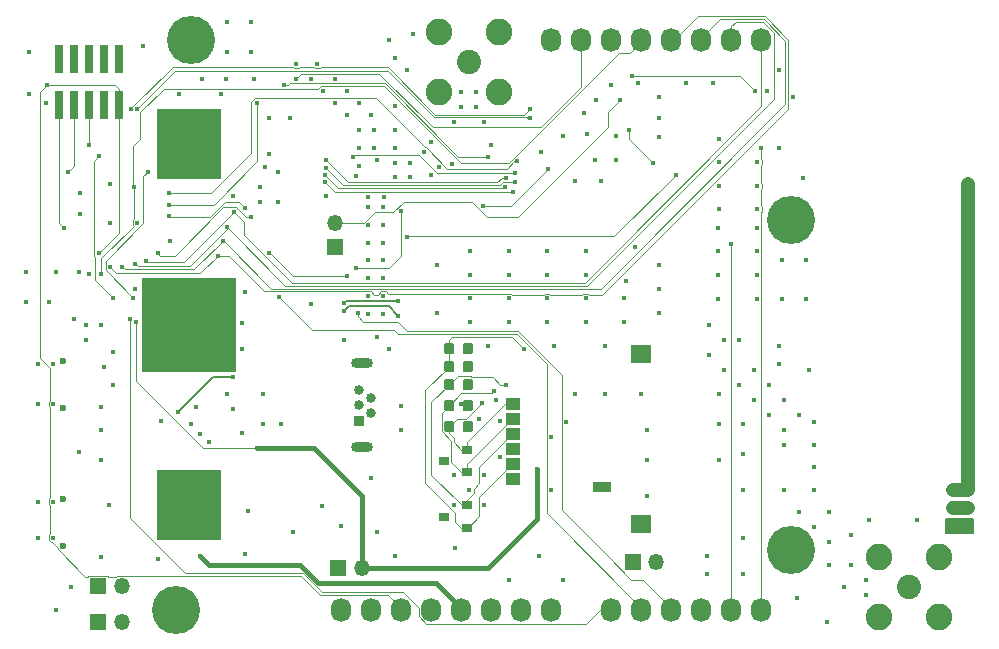
<source format=gbr>
G04 #@! TF.GenerationSoftware,KiCad,Pcbnew,(5.1.4)-1*
G04 #@! TF.CreationDate,2020-01-22T15:00:02+01:00*
G04 #@! TF.ProjectId,sara-rx-ab,73617261-2d72-4782-9d61-622e6b696361,rev?*
G04 #@! TF.SameCoordinates,Original*
G04 #@! TF.FileFunction,Copper,L4,Bot*
G04 #@! TF.FilePolarity,Positive*
%FSLAX46Y46*%
G04 Gerber Fmt 4.6, Leading zero omitted, Abs format (unit mm)*
G04 Created by KiCad (PCBNEW (5.1.4)-1) date 2020-01-22 15:00:02*
%MOMM*%
%LPD*%
G04 APERTURE LIST*
%ADD10C,0.150000*%
%ADD11R,1.700000X1.500000*%
%ADD12R,1.200000X1.000000*%
%ADD13O,1.727200X2.032000*%
%ADD14R,0.840000X0.840000*%
%ADD15C,0.840000*%
%ADD16O,1.850000X0.850000*%
%ADD17C,0.600000*%
%ADD18R,1.350000X1.350000*%
%ADD19O,1.350000X1.350000*%
%ADD20R,1.600000X0.900000*%
%ADD21R,0.740000X2.400000*%
%ADD22R,8.000000X8.000000*%
%ADD23R,5.500000X6.000000*%
%ADD24C,0.100000*%
%ADD25C,0.590000*%
%ADD26C,0.875000*%
%ADD27C,2.050000*%
%ADD28C,2.250000*%
%ADD29R,0.900000X0.800000*%
%ADD30C,4.064000*%
%ADD31C,0.450000*%
%ADD32C,0.088900*%
%ADD33C,0.200000*%
%ADD34C,0.381000*%
%ADD35C,1.200000*%
%ADD36C,0.203200*%
G04 APERTURE END LIST*
D10*
G36*
X192405000Y-117348000D02*
G01*
X190119000Y-117348000D01*
X190119000Y-116141500D01*
X192405000Y-116141500D01*
X192405000Y-117348000D01*
G37*
X192405000Y-117348000D02*
X190119000Y-117348000D01*
X190119000Y-116141500D01*
X192405000Y-116141500D01*
X192405000Y-117348000D01*
D11*
X164340000Y-102147000D03*
X164340000Y-116547000D03*
D12*
X153490000Y-107717000D03*
X153490000Y-110257000D03*
X153490000Y-112797000D03*
X153490000Y-106447000D03*
X153490000Y-108987000D03*
X153490000Y-111527000D03*
D13*
X156718000Y-75565000D03*
X159258000Y-75565000D03*
X161798000Y-75565000D03*
X164338000Y-75565000D03*
X166878000Y-75565000D03*
X169418000Y-75565000D03*
X171958000Y-75565000D03*
X174498000Y-75565000D03*
D14*
X140462000Y-107823000D03*
D15*
X141462000Y-107173000D03*
X140462000Y-106523000D03*
X141462000Y-105873000D03*
X140462000Y-105223000D03*
D16*
X140682000Y-110098000D03*
X140682000Y-102948000D03*
D17*
X115386000Y-114459000D03*
X115386000Y-118459000D03*
X115386000Y-102775000D03*
X115386000Y-106775000D03*
D18*
X118364000Y-121793000D03*
D19*
X120364000Y-121793000D03*
X140684000Y-120269000D03*
D18*
X138684000Y-120269000D03*
D19*
X165608000Y-119761000D03*
D18*
X163608000Y-119761000D03*
D19*
X138430000Y-91091000D03*
D18*
X138430000Y-93091000D03*
D17*
X160536000Y-113411000D03*
X161536000Y-113411000D03*
D20*
X161036000Y-113411000D03*
D19*
X120364000Y-124841000D03*
D18*
X118364000Y-124841000D03*
D21*
X115062000Y-77171000D03*
X115062000Y-81071000D03*
X116332000Y-77171000D03*
X116332000Y-81071000D03*
X117602000Y-77171000D03*
X117602000Y-81071000D03*
X118872000Y-77171000D03*
X118872000Y-81071000D03*
X120142000Y-77171000D03*
X120142000Y-81071000D03*
D22*
X125998000Y-99695000D03*
D23*
X125998000Y-84395000D03*
X125998000Y-114995000D03*
D24*
G36*
X190940958Y-113647710D02*
G01*
X190955276Y-113649834D01*
X190969317Y-113653351D01*
X190982946Y-113658228D01*
X190996031Y-113664417D01*
X191008447Y-113671858D01*
X191020073Y-113680481D01*
X191030798Y-113690202D01*
X191040519Y-113700927D01*
X191049142Y-113712553D01*
X191056583Y-113724969D01*
X191062772Y-113738054D01*
X191067649Y-113751683D01*
X191071166Y-113765724D01*
X191073290Y-113780042D01*
X191074000Y-113794500D01*
X191074000Y-114089500D01*
X191073290Y-114103958D01*
X191071166Y-114118276D01*
X191067649Y-114132317D01*
X191062772Y-114145946D01*
X191056583Y-114159031D01*
X191049142Y-114171447D01*
X191040519Y-114183073D01*
X191030798Y-114193798D01*
X191020073Y-114203519D01*
X191008447Y-114212142D01*
X190996031Y-114219583D01*
X190982946Y-114225772D01*
X190969317Y-114230649D01*
X190955276Y-114234166D01*
X190940958Y-114236290D01*
X190926500Y-114237000D01*
X190581500Y-114237000D01*
X190567042Y-114236290D01*
X190552724Y-114234166D01*
X190538683Y-114230649D01*
X190525054Y-114225772D01*
X190511969Y-114219583D01*
X190499553Y-114212142D01*
X190487927Y-114203519D01*
X190477202Y-114193798D01*
X190467481Y-114183073D01*
X190458858Y-114171447D01*
X190451417Y-114159031D01*
X190445228Y-114145946D01*
X190440351Y-114132317D01*
X190436834Y-114118276D01*
X190434710Y-114103958D01*
X190434000Y-114089500D01*
X190434000Y-113794500D01*
X190434710Y-113780042D01*
X190436834Y-113765724D01*
X190440351Y-113751683D01*
X190445228Y-113738054D01*
X190451417Y-113724969D01*
X190458858Y-113712553D01*
X190467481Y-113700927D01*
X190477202Y-113690202D01*
X190487927Y-113680481D01*
X190499553Y-113671858D01*
X190511969Y-113664417D01*
X190525054Y-113658228D01*
X190538683Y-113653351D01*
X190552724Y-113649834D01*
X190567042Y-113647710D01*
X190581500Y-113647000D01*
X190926500Y-113647000D01*
X190940958Y-113647710D01*
X190940958Y-113647710D01*
G37*
D25*
X190754000Y-113942000D03*
D24*
G36*
X190940958Y-114617710D02*
G01*
X190955276Y-114619834D01*
X190969317Y-114623351D01*
X190982946Y-114628228D01*
X190996031Y-114634417D01*
X191008447Y-114641858D01*
X191020073Y-114650481D01*
X191030798Y-114660202D01*
X191040519Y-114670927D01*
X191049142Y-114682553D01*
X191056583Y-114694969D01*
X191062772Y-114708054D01*
X191067649Y-114721683D01*
X191071166Y-114735724D01*
X191073290Y-114750042D01*
X191074000Y-114764500D01*
X191074000Y-115059500D01*
X191073290Y-115073958D01*
X191071166Y-115088276D01*
X191067649Y-115102317D01*
X191062772Y-115115946D01*
X191056583Y-115129031D01*
X191049142Y-115141447D01*
X191040519Y-115153073D01*
X191030798Y-115163798D01*
X191020073Y-115173519D01*
X191008447Y-115182142D01*
X190996031Y-115189583D01*
X190982946Y-115195772D01*
X190969317Y-115200649D01*
X190955276Y-115204166D01*
X190940958Y-115206290D01*
X190926500Y-115207000D01*
X190581500Y-115207000D01*
X190567042Y-115206290D01*
X190552724Y-115204166D01*
X190538683Y-115200649D01*
X190525054Y-115195772D01*
X190511969Y-115189583D01*
X190499553Y-115182142D01*
X190487927Y-115173519D01*
X190477202Y-115163798D01*
X190467481Y-115153073D01*
X190458858Y-115141447D01*
X190451417Y-115129031D01*
X190445228Y-115115946D01*
X190440351Y-115102317D01*
X190436834Y-115088276D01*
X190434710Y-115073958D01*
X190434000Y-115059500D01*
X190434000Y-114764500D01*
X190434710Y-114750042D01*
X190436834Y-114735724D01*
X190440351Y-114721683D01*
X190445228Y-114708054D01*
X190451417Y-114694969D01*
X190458858Y-114682553D01*
X190467481Y-114670927D01*
X190477202Y-114660202D01*
X190487927Y-114650481D01*
X190499553Y-114641858D01*
X190511969Y-114634417D01*
X190525054Y-114628228D01*
X190538683Y-114623351D01*
X190552724Y-114619834D01*
X190567042Y-114617710D01*
X190581500Y-114617000D01*
X190926500Y-114617000D01*
X190940958Y-114617710D01*
X190940958Y-114617710D01*
G37*
D25*
X190754000Y-114912000D03*
D24*
G36*
X149871691Y-101253053D02*
G01*
X149892926Y-101256203D01*
X149913750Y-101261419D01*
X149933962Y-101268651D01*
X149953368Y-101277830D01*
X149971781Y-101288866D01*
X149989024Y-101301654D01*
X150004930Y-101316070D01*
X150019346Y-101331976D01*
X150032134Y-101349219D01*
X150043170Y-101367632D01*
X150052349Y-101387038D01*
X150059581Y-101407250D01*
X150064797Y-101428074D01*
X150067947Y-101449309D01*
X150069000Y-101470750D01*
X150069000Y-101983250D01*
X150067947Y-102004691D01*
X150064797Y-102025926D01*
X150059581Y-102046750D01*
X150052349Y-102066962D01*
X150043170Y-102086368D01*
X150032134Y-102104781D01*
X150019346Y-102122024D01*
X150004930Y-102137930D01*
X149989024Y-102152346D01*
X149971781Y-102165134D01*
X149953368Y-102176170D01*
X149933962Y-102185349D01*
X149913750Y-102192581D01*
X149892926Y-102197797D01*
X149871691Y-102200947D01*
X149850250Y-102202000D01*
X149412750Y-102202000D01*
X149391309Y-102200947D01*
X149370074Y-102197797D01*
X149349250Y-102192581D01*
X149329038Y-102185349D01*
X149309632Y-102176170D01*
X149291219Y-102165134D01*
X149273976Y-102152346D01*
X149258070Y-102137930D01*
X149243654Y-102122024D01*
X149230866Y-102104781D01*
X149219830Y-102086368D01*
X149210651Y-102066962D01*
X149203419Y-102046750D01*
X149198203Y-102025926D01*
X149195053Y-102004691D01*
X149194000Y-101983250D01*
X149194000Y-101470750D01*
X149195053Y-101449309D01*
X149198203Y-101428074D01*
X149203419Y-101407250D01*
X149210651Y-101387038D01*
X149219830Y-101367632D01*
X149230866Y-101349219D01*
X149243654Y-101331976D01*
X149258070Y-101316070D01*
X149273976Y-101301654D01*
X149291219Y-101288866D01*
X149309632Y-101277830D01*
X149329038Y-101268651D01*
X149349250Y-101261419D01*
X149370074Y-101256203D01*
X149391309Y-101253053D01*
X149412750Y-101252000D01*
X149850250Y-101252000D01*
X149871691Y-101253053D01*
X149871691Y-101253053D01*
G37*
D26*
X149631500Y-101727000D03*
D24*
G36*
X148296691Y-101253053D02*
G01*
X148317926Y-101256203D01*
X148338750Y-101261419D01*
X148358962Y-101268651D01*
X148378368Y-101277830D01*
X148396781Y-101288866D01*
X148414024Y-101301654D01*
X148429930Y-101316070D01*
X148444346Y-101331976D01*
X148457134Y-101349219D01*
X148468170Y-101367632D01*
X148477349Y-101387038D01*
X148484581Y-101407250D01*
X148489797Y-101428074D01*
X148492947Y-101449309D01*
X148494000Y-101470750D01*
X148494000Y-101983250D01*
X148492947Y-102004691D01*
X148489797Y-102025926D01*
X148484581Y-102046750D01*
X148477349Y-102066962D01*
X148468170Y-102086368D01*
X148457134Y-102104781D01*
X148444346Y-102122024D01*
X148429930Y-102137930D01*
X148414024Y-102152346D01*
X148396781Y-102165134D01*
X148378368Y-102176170D01*
X148358962Y-102185349D01*
X148338750Y-102192581D01*
X148317926Y-102197797D01*
X148296691Y-102200947D01*
X148275250Y-102202000D01*
X147837750Y-102202000D01*
X147816309Y-102200947D01*
X147795074Y-102197797D01*
X147774250Y-102192581D01*
X147754038Y-102185349D01*
X147734632Y-102176170D01*
X147716219Y-102165134D01*
X147698976Y-102152346D01*
X147683070Y-102137930D01*
X147668654Y-102122024D01*
X147655866Y-102104781D01*
X147644830Y-102086368D01*
X147635651Y-102066962D01*
X147628419Y-102046750D01*
X147623203Y-102025926D01*
X147620053Y-102004691D01*
X147619000Y-101983250D01*
X147619000Y-101470750D01*
X147620053Y-101449309D01*
X147623203Y-101428074D01*
X147628419Y-101407250D01*
X147635651Y-101387038D01*
X147644830Y-101367632D01*
X147655866Y-101349219D01*
X147668654Y-101331976D01*
X147683070Y-101316070D01*
X147698976Y-101301654D01*
X147716219Y-101288866D01*
X147734632Y-101277830D01*
X147754038Y-101268651D01*
X147774250Y-101261419D01*
X147795074Y-101256203D01*
X147816309Y-101253053D01*
X147837750Y-101252000D01*
X148275250Y-101252000D01*
X148296691Y-101253053D01*
X148296691Y-101253053D01*
G37*
D26*
X148056500Y-101727000D03*
D24*
G36*
X149871691Y-102777053D02*
G01*
X149892926Y-102780203D01*
X149913750Y-102785419D01*
X149933962Y-102792651D01*
X149953368Y-102801830D01*
X149971781Y-102812866D01*
X149989024Y-102825654D01*
X150004930Y-102840070D01*
X150019346Y-102855976D01*
X150032134Y-102873219D01*
X150043170Y-102891632D01*
X150052349Y-102911038D01*
X150059581Y-102931250D01*
X150064797Y-102952074D01*
X150067947Y-102973309D01*
X150069000Y-102994750D01*
X150069000Y-103507250D01*
X150067947Y-103528691D01*
X150064797Y-103549926D01*
X150059581Y-103570750D01*
X150052349Y-103590962D01*
X150043170Y-103610368D01*
X150032134Y-103628781D01*
X150019346Y-103646024D01*
X150004930Y-103661930D01*
X149989024Y-103676346D01*
X149971781Y-103689134D01*
X149953368Y-103700170D01*
X149933962Y-103709349D01*
X149913750Y-103716581D01*
X149892926Y-103721797D01*
X149871691Y-103724947D01*
X149850250Y-103726000D01*
X149412750Y-103726000D01*
X149391309Y-103724947D01*
X149370074Y-103721797D01*
X149349250Y-103716581D01*
X149329038Y-103709349D01*
X149309632Y-103700170D01*
X149291219Y-103689134D01*
X149273976Y-103676346D01*
X149258070Y-103661930D01*
X149243654Y-103646024D01*
X149230866Y-103628781D01*
X149219830Y-103610368D01*
X149210651Y-103590962D01*
X149203419Y-103570750D01*
X149198203Y-103549926D01*
X149195053Y-103528691D01*
X149194000Y-103507250D01*
X149194000Y-102994750D01*
X149195053Y-102973309D01*
X149198203Y-102952074D01*
X149203419Y-102931250D01*
X149210651Y-102911038D01*
X149219830Y-102891632D01*
X149230866Y-102873219D01*
X149243654Y-102855976D01*
X149258070Y-102840070D01*
X149273976Y-102825654D01*
X149291219Y-102812866D01*
X149309632Y-102801830D01*
X149329038Y-102792651D01*
X149349250Y-102785419D01*
X149370074Y-102780203D01*
X149391309Y-102777053D01*
X149412750Y-102776000D01*
X149850250Y-102776000D01*
X149871691Y-102777053D01*
X149871691Y-102777053D01*
G37*
D26*
X149631500Y-103251000D03*
D24*
G36*
X148296691Y-102777053D02*
G01*
X148317926Y-102780203D01*
X148338750Y-102785419D01*
X148358962Y-102792651D01*
X148378368Y-102801830D01*
X148396781Y-102812866D01*
X148414024Y-102825654D01*
X148429930Y-102840070D01*
X148444346Y-102855976D01*
X148457134Y-102873219D01*
X148468170Y-102891632D01*
X148477349Y-102911038D01*
X148484581Y-102931250D01*
X148489797Y-102952074D01*
X148492947Y-102973309D01*
X148494000Y-102994750D01*
X148494000Y-103507250D01*
X148492947Y-103528691D01*
X148489797Y-103549926D01*
X148484581Y-103570750D01*
X148477349Y-103590962D01*
X148468170Y-103610368D01*
X148457134Y-103628781D01*
X148444346Y-103646024D01*
X148429930Y-103661930D01*
X148414024Y-103676346D01*
X148396781Y-103689134D01*
X148378368Y-103700170D01*
X148358962Y-103709349D01*
X148338750Y-103716581D01*
X148317926Y-103721797D01*
X148296691Y-103724947D01*
X148275250Y-103726000D01*
X147837750Y-103726000D01*
X147816309Y-103724947D01*
X147795074Y-103721797D01*
X147774250Y-103716581D01*
X147754038Y-103709349D01*
X147734632Y-103700170D01*
X147716219Y-103689134D01*
X147698976Y-103676346D01*
X147683070Y-103661930D01*
X147668654Y-103646024D01*
X147655866Y-103628781D01*
X147644830Y-103610368D01*
X147635651Y-103590962D01*
X147628419Y-103570750D01*
X147623203Y-103549926D01*
X147620053Y-103528691D01*
X147619000Y-103507250D01*
X147619000Y-102994750D01*
X147620053Y-102973309D01*
X147623203Y-102952074D01*
X147628419Y-102931250D01*
X147635651Y-102911038D01*
X147644830Y-102891632D01*
X147655866Y-102873219D01*
X147668654Y-102855976D01*
X147683070Y-102840070D01*
X147698976Y-102825654D01*
X147716219Y-102812866D01*
X147734632Y-102801830D01*
X147754038Y-102792651D01*
X147774250Y-102785419D01*
X147795074Y-102780203D01*
X147816309Y-102777053D01*
X147837750Y-102776000D01*
X148275250Y-102776000D01*
X148296691Y-102777053D01*
X148296691Y-102777053D01*
G37*
D26*
X148056500Y-103251000D03*
D24*
G36*
X149871691Y-104301053D02*
G01*
X149892926Y-104304203D01*
X149913750Y-104309419D01*
X149933962Y-104316651D01*
X149953368Y-104325830D01*
X149971781Y-104336866D01*
X149989024Y-104349654D01*
X150004930Y-104364070D01*
X150019346Y-104379976D01*
X150032134Y-104397219D01*
X150043170Y-104415632D01*
X150052349Y-104435038D01*
X150059581Y-104455250D01*
X150064797Y-104476074D01*
X150067947Y-104497309D01*
X150069000Y-104518750D01*
X150069000Y-105031250D01*
X150067947Y-105052691D01*
X150064797Y-105073926D01*
X150059581Y-105094750D01*
X150052349Y-105114962D01*
X150043170Y-105134368D01*
X150032134Y-105152781D01*
X150019346Y-105170024D01*
X150004930Y-105185930D01*
X149989024Y-105200346D01*
X149971781Y-105213134D01*
X149953368Y-105224170D01*
X149933962Y-105233349D01*
X149913750Y-105240581D01*
X149892926Y-105245797D01*
X149871691Y-105248947D01*
X149850250Y-105250000D01*
X149412750Y-105250000D01*
X149391309Y-105248947D01*
X149370074Y-105245797D01*
X149349250Y-105240581D01*
X149329038Y-105233349D01*
X149309632Y-105224170D01*
X149291219Y-105213134D01*
X149273976Y-105200346D01*
X149258070Y-105185930D01*
X149243654Y-105170024D01*
X149230866Y-105152781D01*
X149219830Y-105134368D01*
X149210651Y-105114962D01*
X149203419Y-105094750D01*
X149198203Y-105073926D01*
X149195053Y-105052691D01*
X149194000Y-105031250D01*
X149194000Y-104518750D01*
X149195053Y-104497309D01*
X149198203Y-104476074D01*
X149203419Y-104455250D01*
X149210651Y-104435038D01*
X149219830Y-104415632D01*
X149230866Y-104397219D01*
X149243654Y-104379976D01*
X149258070Y-104364070D01*
X149273976Y-104349654D01*
X149291219Y-104336866D01*
X149309632Y-104325830D01*
X149329038Y-104316651D01*
X149349250Y-104309419D01*
X149370074Y-104304203D01*
X149391309Y-104301053D01*
X149412750Y-104300000D01*
X149850250Y-104300000D01*
X149871691Y-104301053D01*
X149871691Y-104301053D01*
G37*
D26*
X149631500Y-104775000D03*
D24*
G36*
X148296691Y-104301053D02*
G01*
X148317926Y-104304203D01*
X148338750Y-104309419D01*
X148358962Y-104316651D01*
X148378368Y-104325830D01*
X148396781Y-104336866D01*
X148414024Y-104349654D01*
X148429930Y-104364070D01*
X148444346Y-104379976D01*
X148457134Y-104397219D01*
X148468170Y-104415632D01*
X148477349Y-104435038D01*
X148484581Y-104455250D01*
X148489797Y-104476074D01*
X148492947Y-104497309D01*
X148494000Y-104518750D01*
X148494000Y-105031250D01*
X148492947Y-105052691D01*
X148489797Y-105073926D01*
X148484581Y-105094750D01*
X148477349Y-105114962D01*
X148468170Y-105134368D01*
X148457134Y-105152781D01*
X148444346Y-105170024D01*
X148429930Y-105185930D01*
X148414024Y-105200346D01*
X148396781Y-105213134D01*
X148378368Y-105224170D01*
X148358962Y-105233349D01*
X148338750Y-105240581D01*
X148317926Y-105245797D01*
X148296691Y-105248947D01*
X148275250Y-105250000D01*
X147837750Y-105250000D01*
X147816309Y-105248947D01*
X147795074Y-105245797D01*
X147774250Y-105240581D01*
X147754038Y-105233349D01*
X147734632Y-105224170D01*
X147716219Y-105213134D01*
X147698976Y-105200346D01*
X147683070Y-105185930D01*
X147668654Y-105170024D01*
X147655866Y-105152781D01*
X147644830Y-105134368D01*
X147635651Y-105114962D01*
X147628419Y-105094750D01*
X147623203Y-105073926D01*
X147620053Y-105052691D01*
X147619000Y-105031250D01*
X147619000Y-104518750D01*
X147620053Y-104497309D01*
X147623203Y-104476074D01*
X147628419Y-104455250D01*
X147635651Y-104435038D01*
X147644830Y-104415632D01*
X147655866Y-104397219D01*
X147668654Y-104379976D01*
X147683070Y-104364070D01*
X147698976Y-104349654D01*
X147716219Y-104336866D01*
X147734632Y-104325830D01*
X147754038Y-104316651D01*
X147774250Y-104309419D01*
X147795074Y-104304203D01*
X147816309Y-104301053D01*
X147837750Y-104300000D01*
X148275250Y-104300000D01*
X148296691Y-104301053D01*
X148296691Y-104301053D01*
G37*
D26*
X148056500Y-104775000D03*
D24*
G36*
X149871691Y-107857053D02*
G01*
X149892926Y-107860203D01*
X149913750Y-107865419D01*
X149933962Y-107872651D01*
X149953368Y-107881830D01*
X149971781Y-107892866D01*
X149989024Y-107905654D01*
X150004930Y-107920070D01*
X150019346Y-107935976D01*
X150032134Y-107953219D01*
X150043170Y-107971632D01*
X150052349Y-107991038D01*
X150059581Y-108011250D01*
X150064797Y-108032074D01*
X150067947Y-108053309D01*
X150069000Y-108074750D01*
X150069000Y-108587250D01*
X150067947Y-108608691D01*
X150064797Y-108629926D01*
X150059581Y-108650750D01*
X150052349Y-108670962D01*
X150043170Y-108690368D01*
X150032134Y-108708781D01*
X150019346Y-108726024D01*
X150004930Y-108741930D01*
X149989024Y-108756346D01*
X149971781Y-108769134D01*
X149953368Y-108780170D01*
X149933962Y-108789349D01*
X149913750Y-108796581D01*
X149892926Y-108801797D01*
X149871691Y-108804947D01*
X149850250Y-108806000D01*
X149412750Y-108806000D01*
X149391309Y-108804947D01*
X149370074Y-108801797D01*
X149349250Y-108796581D01*
X149329038Y-108789349D01*
X149309632Y-108780170D01*
X149291219Y-108769134D01*
X149273976Y-108756346D01*
X149258070Y-108741930D01*
X149243654Y-108726024D01*
X149230866Y-108708781D01*
X149219830Y-108690368D01*
X149210651Y-108670962D01*
X149203419Y-108650750D01*
X149198203Y-108629926D01*
X149195053Y-108608691D01*
X149194000Y-108587250D01*
X149194000Y-108074750D01*
X149195053Y-108053309D01*
X149198203Y-108032074D01*
X149203419Y-108011250D01*
X149210651Y-107991038D01*
X149219830Y-107971632D01*
X149230866Y-107953219D01*
X149243654Y-107935976D01*
X149258070Y-107920070D01*
X149273976Y-107905654D01*
X149291219Y-107892866D01*
X149309632Y-107881830D01*
X149329038Y-107872651D01*
X149349250Y-107865419D01*
X149370074Y-107860203D01*
X149391309Y-107857053D01*
X149412750Y-107856000D01*
X149850250Y-107856000D01*
X149871691Y-107857053D01*
X149871691Y-107857053D01*
G37*
D26*
X149631500Y-108331000D03*
D24*
G36*
X148296691Y-107857053D02*
G01*
X148317926Y-107860203D01*
X148338750Y-107865419D01*
X148358962Y-107872651D01*
X148378368Y-107881830D01*
X148396781Y-107892866D01*
X148414024Y-107905654D01*
X148429930Y-107920070D01*
X148444346Y-107935976D01*
X148457134Y-107953219D01*
X148468170Y-107971632D01*
X148477349Y-107991038D01*
X148484581Y-108011250D01*
X148489797Y-108032074D01*
X148492947Y-108053309D01*
X148494000Y-108074750D01*
X148494000Y-108587250D01*
X148492947Y-108608691D01*
X148489797Y-108629926D01*
X148484581Y-108650750D01*
X148477349Y-108670962D01*
X148468170Y-108690368D01*
X148457134Y-108708781D01*
X148444346Y-108726024D01*
X148429930Y-108741930D01*
X148414024Y-108756346D01*
X148396781Y-108769134D01*
X148378368Y-108780170D01*
X148358962Y-108789349D01*
X148338750Y-108796581D01*
X148317926Y-108801797D01*
X148296691Y-108804947D01*
X148275250Y-108806000D01*
X147837750Y-108806000D01*
X147816309Y-108804947D01*
X147795074Y-108801797D01*
X147774250Y-108796581D01*
X147754038Y-108789349D01*
X147734632Y-108780170D01*
X147716219Y-108769134D01*
X147698976Y-108756346D01*
X147683070Y-108741930D01*
X147668654Y-108726024D01*
X147655866Y-108708781D01*
X147644830Y-108690368D01*
X147635651Y-108670962D01*
X147628419Y-108650750D01*
X147623203Y-108629926D01*
X147620053Y-108608691D01*
X147619000Y-108587250D01*
X147619000Y-108074750D01*
X147620053Y-108053309D01*
X147623203Y-108032074D01*
X147628419Y-108011250D01*
X147635651Y-107991038D01*
X147644830Y-107971632D01*
X147655866Y-107953219D01*
X147668654Y-107935976D01*
X147683070Y-107920070D01*
X147698976Y-107905654D01*
X147716219Y-107892866D01*
X147734632Y-107881830D01*
X147754038Y-107872651D01*
X147774250Y-107865419D01*
X147795074Y-107860203D01*
X147816309Y-107857053D01*
X147837750Y-107856000D01*
X148275250Y-107856000D01*
X148296691Y-107857053D01*
X148296691Y-107857053D01*
G37*
D26*
X148056500Y-108331000D03*
D24*
G36*
X149871691Y-106079053D02*
G01*
X149892926Y-106082203D01*
X149913750Y-106087419D01*
X149933962Y-106094651D01*
X149953368Y-106103830D01*
X149971781Y-106114866D01*
X149989024Y-106127654D01*
X150004930Y-106142070D01*
X150019346Y-106157976D01*
X150032134Y-106175219D01*
X150043170Y-106193632D01*
X150052349Y-106213038D01*
X150059581Y-106233250D01*
X150064797Y-106254074D01*
X150067947Y-106275309D01*
X150069000Y-106296750D01*
X150069000Y-106809250D01*
X150067947Y-106830691D01*
X150064797Y-106851926D01*
X150059581Y-106872750D01*
X150052349Y-106892962D01*
X150043170Y-106912368D01*
X150032134Y-106930781D01*
X150019346Y-106948024D01*
X150004930Y-106963930D01*
X149989024Y-106978346D01*
X149971781Y-106991134D01*
X149953368Y-107002170D01*
X149933962Y-107011349D01*
X149913750Y-107018581D01*
X149892926Y-107023797D01*
X149871691Y-107026947D01*
X149850250Y-107028000D01*
X149412750Y-107028000D01*
X149391309Y-107026947D01*
X149370074Y-107023797D01*
X149349250Y-107018581D01*
X149329038Y-107011349D01*
X149309632Y-107002170D01*
X149291219Y-106991134D01*
X149273976Y-106978346D01*
X149258070Y-106963930D01*
X149243654Y-106948024D01*
X149230866Y-106930781D01*
X149219830Y-106912368D01*
X149210651Y-106892962D01*
X149203419Y-106872750D01*
X149198203Y-106851926D01*
X149195053Y-106830691D01*
X149194000Y-106809250D01*
X149194000Y-106296750D01*
X149195053Y-106275309D01*
X149198203Y-106254074D01*
X149203419Y-106233250D01*
X149210651Y-106213038D01*
X149219830Y-106193632D01*
X149230866Y-106175219D01*
X149243654Y-106157976D01*
X149258070Y-106142070D01*
X149273976Y-106127654D01*
X149291219Y-106114866D01*
X149309632Y-106103830D01*
X149329038Y-106094651D01*
X149349250Y-106087419D01*
X149370074Y-106082203D01*
X149391309Y-106079053D01*
X149412750Y-106078000D01*
X149850250Y-106078000D01*
X149871691Y-106079053D01*
X149871691Y-106079053D01*
G37*
D26*
X149631500Y-106553000D03*
D24*
G36*
X148296691Y-106079053D02*
G01*
X148317926Y-106082203D01*
X148338750Y-106087419D01*
X148358962Y-106094651D01*
X148378368Y-106103830D01*
X148396781Y-106114866D01*
X148414024Y-106127654D01*
X148429930Y-106142070D01*
X148444346Y-106157976D01*
X148457134Y-106175219D01*
X148468170Y-106193632D01*
X148477349Y-106213038D01*
X148484581Y-106233250D01*
X148489797Y-106254074D01*
X148492947Y-106275309D01*
X148494000Y-106296750D01*
X148494000Y-106809250D01*
X148492947Y-106830691D01*
X148489797Y-106851926D01*
X148484581Y-106872750D01*
X148477349Y-106892962D01*
X148468170Y-106912368D01*
X148457134Y-106930781D01*
X148444346Y-106948024D01*
X148429930Y-106963930D01*
X148414024Y-106978346D01*
X148396781Y-106991134D01*
X148378368Y-107002170D01*
X148358962Y-107011349D01*
X148338750Y-107018581D01*
X148317926Y-107023797D01*
X148296691Y-107026947D01*
X148275250Y-107028000D01*
X147837750Y-107028000D01*
X147816309Y-107026947D01*
X147795074Y-107023797D01*
X147774250Y-107018581D01*
X147754038Y-107011349D01*
X147734632Y-107002170D01*
X147716219Y-106991134D01*
X147698976Y-106978346D01*
X147683070Y-106963930D01*
X147668654Y-106948024D01*
X147655866Y-106930781D01*
X147644830Y-106912368D01*
X147635651Y-106892962D01*
X147628419Y-106872750D01*
X147623203Y-106851926D01*
X147620053Y-106830691D01*
X147619000Y-106809250D01*
X147619000Y-106296750D01*
X147620053Y-106275309D01*
X147623203Y-106254074D01*
X147628419Y-106233250D01*
X147635651Y-106213038D01*
X147644830Y-106193632D01*
X147655866Y-106175219D01*
X147668654Y-106157976D01*
X147683070Y-106142070D01*
X147698976Y-106127654D01*
X147716219Y-106114866D01*
X147734632Y-106103830D01*
X147754038Y-106094651D01*
X147774250Y-106087419D01*
X147795074Y-106082203D01*
X147816309Y-106079053D01*
X147837750Y-106078000D01*
X148275250Y-106078000D01*
X148296691Y-106079053D01*
X148296691Y-106079053D01*
G37*
D26*
X148056500Y-106553000D03*
D27*
X187023000Y-121920000D03*
D28*
X189563000Y-124460000D03*
X189563000Y-119380000D03*
X184483000Y-119380000D03*
X184483000Y-124460000D03*
D27*
X149733000Y-77470000D03*
D28*
X152273000Y-74930000D03*
X147193000Y-74930000D03*
X147193000Y-80010000D03*
X152273000Y-80010000D03*
D29*
X147590000Y-115951000D03*
X149590000Y-116901000D03*
X149590000Y-115001000D03*
X147590000Y-111252000D03*
X149590000Y-112202000D03*
X149590000Y-110302000D03*
D24*
G36*
X192162958Y-116141710D02*
G01*
X192177276Y-116143834D01*
X192191317Y-116147351D01*
X192204946Y-116152228D01*
X192218031Y-116158417D01*
X192230447Y-116165858D01*
X192242073Y-116174481D01*
X192252798Y-116184202D01*
X192262519Y-116194927D01*
X192271142Y-116206553D01*
X192278583Y-116218969D01*
X192284772Y-116232054D01*
X192289649Y-116245683D01*
X192293166Y-116259724D01*
X192295290Y-116274042D01*
X192296000Y-116288500D01*
X192296000Y-116583500D01*
X192295290Y-116597958D01*
X192293166Y-116612276D01*
X192289649Y-116626317D01*
X192284772Y-116639946D01*
X192278583Y-116653031D01*
X192271142Y-116665447D01*
X192262519Y-116677073D01*
X192252798Y-116687798D01*
X192242073Y-116697519D01*
X192230447Y-116706142D01*
X192218031Y-116713583D01*
X192204946Y-116719772D01*
X192191317Y-116724649D01*
X192177276Y-116728166D01*
X192162958Y-116730290D01*
X192148500Y-116731000D01*
X191803500Y-116731000D01*
X191789042Y-116730290D01*
X191774724Y-116728166D01*
X191760683Y-116724649D01*
X191747054Y-116719772D01*
X191733969Y-116713583D01*
X191721553Y-116706142D01*
X191709927Y-116697519D01*
X191699202Y-116687798D01*
X191689481Y-116677073D01*
X191680858Y-116665447D01*
X191673417Y-116653031D01*
X191667228Y-116639946D01*
X191662351Y-116626317D01*
X191658834Y-116612276D01*
X191656710Y-116597958D01*
X191656000Y-116583500D01*
X191656000Y-116288500D01*
X191656710Y-116274042D01*
X191658834Y-116259724D01*
X191662351Y-116245683D01*
X191667228Y-116232054D01*
X191673417Y-116218969D01*
X191680858Y-116206553D01*
X191689481Y-116194927D01*
X191699202Y-116184202D01*
X191709927Y-116174481D01*
X191721553Y-116165858D01*
X191733969Y-116158417D01*
X191747054Y-116152228D01*
X191760683Y-116147351D01*
X191774724Y-116143834D01*
X191789042Y-116141710D01*
X191803500Y-116141000D01*
X192148500Y-116141000D01*
X192162958Y-116141710D01*
X192162958Y-116141710D01*
G37*
D25*
X191976000Y-116436000D03*
D24*
G36*
X192162958Y-115171710D02*
G01*
X192177276Y-115173834D01*
X192191317Y-115177351D01*
X192204946Y-115182228D01*
X192218031Y-115188417D01*
X192230447Y-115195858D01*
X192242073Y-115204481D01*
X192252798Y-115214202D01*
X192262519Y-115224927D01*
X192271142Y-115236553D01*
X192278583Y-115248969D01*
X192284772Y-115262054D01*
X192289649Y-115275683D01*
X192293166Y-115289724D01*
X192295290Y-115304042D01*
X192296000Y-115318500D01*
X192296000Y-115613500D01*
X192295290Y-115627958D01*
X192293166Y-115642276D01*
X192289649Y-115656317D01*
X192284772Y-115669946D01*
X192278583Y-115683031D01*
X192271142Y-115695447D01*
X192262519Y-115707073D01*
X192252798Y-115717798D01*
X192242073Y-115727519D01*
X192230447Y-115736142D01*
X192218031Y-115743583D01*
X192204946Y-115749772D01*
X192191317Y-115754649D01*
X192177276Y-115758166D01*
X192162958Y-115760290D01*
X192148500Y-115761000D01*
X191803500Y-115761000D01*
X191789042Y-115760290D01*
X191774724Y-115758166D01*
X191760683Y-115754649D01*
X191747054Y-115749772D01*
X191733969Y-115743583D01*
X191721553Y-115736142D01*
X191709927Y-115727519D01*
X191699202Y-115717798D01*
X191689481Y-115707073D01*
X191680858Y-115695447D01*
X191673417Y-115683031D01*
X191667228Y-115669946D01*
X191662351Y-115656317D01*
X191658834Y-115642276D01*
X191656710Y-115627958D01*
X191656000Y-115613500D01*
X191656000Y-115318500D01*
X191656710Y-115304042D01*
X191658834Y-115289724D01*
X191662351Y-115275683D01*
X191667228Y-115262054D01*
X191673417Y-115248969D01*
X191680858Y-115236553D01*
X191689481Y-115224927D01*
X191699202Y-115214202D01*
X191709927Y-115204481D01*
X191721553Y-115195858D01*
X191733969Y-115188417D01*
X191747054Y-115182228D01*
X191760683Y-115177351D01*
X191774724Y-115173834D01*
X191789042Y-115171710D01*
X191803500Y-115171000D01*
X192148500Y-115171000D01*
X192162958Y-115171710D01*
X192162958Y-115171710D01*
G37*
D25*
X191976000Y-115466000D03*
D13*
X156718000Y-123825000D03*
X154178000Y-123825000D03*
X151638000Y-123825000D03*
X149098000Y-123825000D03*
X146558000Y-123825000D03*
X144018000Y-123825000D03*
X141478000Y-123825000D03*
X138938000Y-123825000D03*
X174498000Y-123825000D03*
X171958000Y-123825000D03*
X169418000Y-123825000D03*
X166878000Y-123825000D03*
X164338000Y-123825000D03*
X161798000Y-123825000D03*
X174498000Y-75565000D03*
X171958000Y-75565000D03*
X169418000Y-75565000D03*
X166878000Y-75565000D03*
X164338000Y-75565000D03*
X161798000Y-75565000D03*
X159258000Y-75565000D03*
X156718000Y-75565000D03*
D30*
X124968000Y-123825000D03*
X177038000Y-118745000D03*
X126238000Y-75565000D03*
X177038000Y-90805000D03*
D31*
X152019000Y-106045000D03*
X151003000Y-114935000D03*
X149733000Y-113665000D03*
X148463000Y-114935000D03*
X151003000Y-112395000D03*
X148463000Y-112395000D03*
X113284000Y-114681000D03*
X141478000Y-81915000D03*
X140462000Y-80899000D03*
X138430000Y-78867000D03*
X136906000Y-77597000D03*
X139446000Y-79883000D03*
X135128000Y-77597000D03*
X136398000Y-78867000D03*
X137414000Y-79883000D03*
X138430000Y-80899000D03*
X139446000Y-81915000D03*
X140462000Y-83185000D03*
X140462000Y-84709000D03*
X140462000Y-86233000D03*
X141224000Y-88900000D03*
X142557500Y-88900000D03*
X141224000Y-89765000D03*
X142494000Y-89765000D03*
X142494000Y-91265000D03*
X141224000Y-92765000D03*
X142494000Y-92765000D03*
X141224000Y-94265000D03*
X142494000Y-94265000D03*
X141224000Y-95765000D03*
X142494000Y-95765000D03*
X141986000Y-100711000D03*
X143002000Y-101727000D03*
X141732000Y-83185000D03*
X141732000Y-84709000D03*
X141986000Y-85725000D03*
X143510000Y-85979000D03*
X144780000Y-85979000D03*
X145923000Y-85090000D03*
X149098000Y-81280000D03*
X149098000Y-80010000D03*
X150368000Y-80010000D03*
X150368000Y-81280000D03*
X147193000Y-86360000D03*
X146558000Y-86995000D03*
X144780000Y-87185500D03*
X143510000Y-87185500D03*
X146558000Y-84201000D03*
X148463000Y-82550000D03*
X151638000Y-84455000D03*
X151003000Y-82550000D03*
X170053000Y-99695000D03*
X171323000Y-100965000D03*
X172593000Y-100965000D03*
X173863000Y-103505000D03*
X175133000Y-104775000D03*
X176403000Y-106045000D03*
X177673000Y-107315000D03*
X178943000Y-107950000D03*
X178943000Y-109855000D03*
X178943000Y-111760000D03*
X178943000Y-113665000D03*
X180213000Y-115570000D03*
X182118000Y-117475000D03*
X182118000Y-120015000D03*
X183388000Y-121285000D03*
X176022000Y-102997000D03*
X178562000Y-103505000D03*
X176022000Y-101473000D03*
X170053000Y-102235000D03*
X171323000Y-103505000D03*
X172593000Y-104775000D03*
X173863000Y-106045000D03*
X175133000Y-107315000D03*
X176403000Y-108585000D03*
X176403000Y-109855000D03*
X176403000Y-113665000D03*
X177673000Y-115570000D03*
X180213000Y-118110000D03*
X180213000Y-120015000D03*
X181483000Y-121920000D03*
X183388000Y-122555000D03*
X178943000Y-116840000D03*
X141224000Y-91265000D03*
X140208000Y-87122000D03*
X141224000Y-97265000D03*
X142494000Y-97265000D03*
X141224000Y-98806000D03*
X142494000Y-98806000D03*
X149860000Y-93472000D03*
X153110000Y-93472000D03*
X156360000Y-93472000D03*
X159610000Y-93472000D03*
X163830000Y-93091000D03*
X149860000Y-95472000D03*
X153110000Y-95472000D03*
X156360000Y-95472000D03*
X159610000Y-95472000D03*
X149860000Y-97472000D03*
X153110000Y-97472000D03*
X156360000Y-97472000D03*
X159610000Y-97472000D03*
X162860000Y-97472000D03*
X149860000Y-99472000D03*
X153110000Y-99472000D03*
X156360000Y-99472000D03*
X159610000Y-99472000D03*
X162860000Y-99472000D03*
X119634000Y-101981000D03*
X118872000Y-103251000D03*
X119634000Y-104775000D03*
X113284000Y-102997000D03*
X114554000Y-102997000D03*
X114554000Y-106426000D03*
X113284000Y-106426000D03*
X117348000Y-99695000D03*
X118618000Y-99695000D03*
X117348000Y-100965000D03*
X114554000Y-114681000D03*
X114554000Y-117729000D03*
X113284000Y-117729000D03*
X126619000Y-106680000D03*
X126238000Y-108077000D03*
X127000000Y-108966000D03*
X130556000Y-99568000D03*
X130556000Y-101727000D03*
X129286000Y-105537000D03*
X157988000Y-107950000D03*
X156718000Y-109220000D03*
X153543000Y-112395000D03*
X139192000Y-100965000D03*
X119380000Y-87757000D03*
X121666000Y-91059000D03*
X119380000Y-91059000D03*
X116840000Y-88519000D03*
X116840000Y-90297000D03*
X152400000Y-107823000D03*
X174099500Y-93503500D03*
X170849500Y-97503500D03*
X170849500Y-95503500D03*
X174099500Y-95503500D03*
X174099500Y-97503500D03*
X170849500Y-91503500D03*
X174099500Y-91503500D03*
X170849500Y-93503500D03*
X176275500Y-94251500D03*
X178275500Y-94251500D03*
X178275500Y-97501500D03*
X176275500Y-97501500D03*
X174163000Y-87947000D03*
X174163000Y-89947000D03*
X174163000Y-85947000D03*
X170913000Y-85947000D03*
X170913000Y-89947000D03*
X170913000Y-83947000D03*
X170913000Y-87947000D03*
X175006000Y-79883000D03*
X176022000Y-78105000D03*
X165862000Y-94615000D03*
X165862000Y-96647000D03*
X165862000Y-98679000D03*
X161290000Y-101473000D03*
X156972000Y-101473000D03*
X151384000Y-101473000D03*
X147066000Y-98679000D03*
X147066000Y-94615000D03*
X132080000Y-89281000D03*
X133604000Y-89281000D03*
X132842000Y-82169000D03*
X134620000Y-82169000D03*
X132842000Y-85217000D03*
X133604000Y-86741000D03*
X132080000Y-88011000D03*
X137668000Y-88773000D03*
X129794000Y-106807000D03*
X130556000Y-108839000D03*
X124460000Y-92583000D03*
X163068000Y-96012000D03*
X176022000Y-84709000D03*
X129794000Y-88773000D03*
X121475500Y-96647000D03*
X116713000Y-95250000D03*
X114808000Y-95250000D03*
X112268000Y-95250000D03*
X112268000Y-97790000D03*
X114173000Y-97790000D03*
X118618000Y-106680000D03*
X118618000Y-108585000D03*
X118618000Y-111125000D03*
X116713000Y-110490000D03*
X119253000Y-114935000D03*
X118618000Y-119380000D03*
X114808000Y-123825000D03*
X116078000Y-121920000D03*
X178054000Y-87249000D03*
X130810000Y-119126000D03*
X149098000Y-106426000D03*
X150622000Y-107696000D03*
X127127000Y-78867000D03*
X129159000Y-78867000D03*
X131572000Y-78867000D03*
X159512000Y-81788000D03*
X165862000Y-82169000D03*
X165862000Y-80391000D03*
X160528000Y-80645000D03*
X161798000Y-79375000D03*
X164084000Y-79248000D03*
X168148000Y-79248000D03*
X170434000Y-79248000D03*
X155829000Y-85090000D03*
X157734000Y-83693000D03*
X159766000Y-83566000D03*
X162179000Y-83693000D03*
X165862000Y-83820000D03*
X162179000Y-85725000D03*
X160909000Y-87503000D03*
X158750000Y-87503000D03*
X160401000Y-85725000D03*
X143510000Y-83185000D03*
X143510000Y-84709000D03*
X143510000Y-77089000D03*
X145034000Y-75057000D03*
X144526000Y-78105000D03*
X143002000Y-75565000D03*
X143510000Y-81153000D03*
X129286000Y-74041000D03*
X131318000Y-74041000D03*
X131318000Y-76581000D03*
X129286000Y-76581000D03*
X122174000Y-76073000D03*
X112522000Y-76581000D03*
X112522000Y-80137000D03*
X128778000Y-80137000D03*
X125222000Y-80137000D03*
X130810000Y-96901000D03*
X136398000Y-97917000D03*
X132334000Y-105537000D03*
X132334000Y-108077000D03*
X133858000Y-108077000D03*
X144018000Y-106553000D03*
X144018000Y-108585000D03*
X141478000Y-112649000D03*
X141986000Y-117221000D03*
X143510000Y-119253000D03*
X138938000Y-116713000D03*
X137287000Y-115062000D03*
X134874000Y-117221000D03*
X156718000Y-113665000D03*
X155702000Y-119253000D03*
X153162000Y-121285000D03*
X157734000Y-121285000D03*
X172974000Y-108077000D03*
X172974000Y-110617000D03*
X172974000Y-113665000D03*
X172974000Y-117729000D03*
X172974000Y-120777000D03*
X169926000Y-120777000D03*
X169926000Y-119253000D03*
X170942000Y-105537000D03*
X170942000Y-111125000D03*
X170942000Y-108077000D03*
X164846000Y-114173000D03*
X164846000Y-108585000D03*
X164846000Y-111125000D03*
X161290000Y-105537000D03*
X164338000Y-105537000D03*
X158750000Y-105537000D03*
X177546000Y-122809000D03*
X180086000Y-124841000D03*
X183642000Y-116205000D03*
X187706000Y-116205000D03*
X153670000Y-86852552D03*
X139954000Y-85471000D03*
X115479320Y-91533980D03*
X115824000Y-86741000D03*
X114046000Y-79375000D03*
X118405400Y-93659960D03*
X154940000Y-81407000D03*
X121088997Y-81407000D03*
X174498000Y-84709000D03*
X173990000Y-79883000D03*
X163576000Y-78613000D03*
X165354000Y-85979000D03*
X163322000Y-83185000D03*
X171958000Y-92837000D03*
X121666000Y-81407000D03*
X154940000Y-82169008D03*
X122428000Y-94297500D03*
X129857500Y-90170000D03*
X121475500Y-94551500D03*
X129237960Y-91440000D03*
X120396000Y-94805500D03*
X128905000Y-92583000D03*
X128460500Y-93853000D03*
X119380000Y-94805500D03*
X124328680Y-88536780D03*
X153823333Y-85878333D03*
X117602000Y-95377000D03*
X117602000Y-84455000D03*
X143764000Y-97663000D03*
X139128500Y-97884500D03*
X143764000Y-98933000D03*
X139128500Y-98584500D03*
X177142360Y-80391000D03*
X148274707Y-86090540D03*
X124328680Y-90533220D03*
X132842000Y-93599000D03*
X139382500Y-95567500D03*
X140335000Y-98679000D03*
X130810000Y-89789000D03*
X131318000Y-90551000D03*
X123401580Y-93659960D03*
X133667500Y-97345500D03*
X121031000Y-99187000D03*
X121412000Y-88011000D03*
X118618000Y-95377000D03*
X124328680Y-89535000D03*
X131826000Y-80899004D03*
X135128000Y-78867000D03*
X123698000Y-107823000D03*
X131064000Y-115443000D03*
X123444000Y-119507000D03*
X127000000Y-119253000D03*
X122555000Y-86741000D03*
X121282793Y-97406793D03*
X140208000Y-94869000D03*
X144018000Y-90043000D03*
X131826000Y-110109000D03*
X155454500Y-111893500D03*
X121531988Y-99473275D03*
X191976000Y-87757000D03*
X119634000Y-97409000D03*
X118405400Y-85410040D03*
X152400000Y-110871000D03*
X148590000Y-118618000D03*
X127762000Y-109601000D03*
X132461000Y-86360000D03*
X115062000Y-77171000D03*
X162560000Y-80645000D03*
X113919000Y-80899000D03*
X116332000Y-99187000D03*
X125095000Y-107061000D03*
X129780002Y-104099000D03*
X151892000Y-105283000D03*
X150876000Y-106299000D03*
X152908000Y-104775000D03*
X154432000Y-101727000D03*
X134112000Y-79375000D03*
X151384000Y-85471000D03*
X167278252Y-86995000D03*
X144514000Y-92247000D03*
X156464000Y-86487000D03*
X150964000Y-89697000D03*
X137541000Y-87630000D03*
X153479500Y-88455500D03*
X137541000Y-87052997D03*
X152785036Y-88059040D03*
X137604500Y-86423500D03*
X153674420Y-87662589D03*
X137604500Y-85725000D03*
X152844500Y-87249002D03*
D32*
X145478297Y-85328549D02*
X140096451Y-85328549D01*
X153670000Y-86852552D02*
X147002300Y-86852552D01*
X147002300Y-86852552D02*
X145478297Y-85328549D01*
X140096451Y-85328549D02*
X139954000Y-85471000D01*
X115062000Y-81071000D02*
X115062000Y-91116660D01*
X115062000Y-91116660D02*
X115479320Y-91533980D01*
X115824000Y-86741000D02*
X116332000Y-86233000D01*
X116332000Y-86233000D02*
X116332000Y-81071000D01*
X120142000Y-79782100D02*
X119734900Y-79375000D01*
X120142000Y-81071000D02*
X120142000Y-79782100D01*
X119734900Y-79375000D02*
X114046000Y-79375000D01*
X120142000Y-81071000D02*
X120142000Y-91923360D01*
X120142000Y-91923360D02*
X118405400Y-93659960D01*
X144018000Y-123672600D02*
X144018000Y-123825000D01*
X142900400Y-122555000D02*
X144018000Y-123672600D01*
X137160000Y-122555000D02*
X142900400Y-122555000D01*
X135551549Y-120946549D02*
X137160000Y-122555000D01*
X119210451Y-121031000D02*
X119873252Y-121031000D01*
X119210451Y-120980839D02*
X119210451Y-121031000D01*
X119176161Y-120946549D02*
X119210451Y-120980839D01*
X117551839Y-120946549D02*
X119176161Y-120946549D01*
X117517549Y-120980839D02*
X117551839Y-120946549D01*
X117260252Y-121031000D02*
X117517549Y-121031000D01*
X114914549Y-118685297D02*
X117260252Y-121031000D01*
X114914549Y-118597549D02*
X114914549Y-118685297D01*
X114442451Y-118125451D02*
X114914549Y-118597549D01*
X114157549Y-106235703D02*
X114157549Y-106616297D01*
X119957703Y-120946549D02*
X135551549Y-120946549D01*
X114236500Y-117459752D02*
X114157549Y-117538703D01*
X114236500Y-106156752D02*
X114157549Y-106235703D01*
X114236500Y-103362752D02*
X114236500Y-106156752D01*
X113395549Y-102521801D02*
X114236500Y-103362752D01*
X114046000Y-79375000D02*
X113395549Y-80025451D01*
X114157549Y-117538703D02*
X114157549Y-117919297D01*
X113395549Y-80025451D02*
X113395549Y-102521801D01*
X117517549Y-121031000D02*
X117517549Y-120980839D01*
X114157549Y-106616297D02*
X114236500Y-106695248D01*
X114236500Y-106695248D02*
X114236500Y-114411752D01*
X114363703Y-118125451D02*
X114442451Y-118125451D01*
X114236500Y-114411752D02*
X114157549Y-114490703D01*
X119873252Y-121031000D02*
X119957703Y-120946549D01*
X114157549Y-114871297D02*
X114236500Y-114950248D01*
X114157549Y-117919297D02*
X114363703Y-118125451D01*
X114236500Y-114950248D02*
X114236500Y-117459752D01*
X114157549Y-114490703D02*
X114157549Y-114871297D01*
X121313996Y-81182001D02*
X121088997Y-81407000D01*
X124644997Y-77851000D02*
X121313996Y-81182001D01*
X134795252Y-77851000D02*
X124644997Y-77851000D01*
X134937703Y-77993451D02*
X134795252Y-77851000D01*
X135318297Y-77993451D02*
X134937703Y-77993451D01*
X136611341Y-77889089D02*
X135422659Y-77889089D01*
X154940000Y-81407000D02*
X154432000Y-81915000D01*
X154432000Y-81915000D02*
X146863344Y-81915000D01*
X135422659Y-77889089D02*
X135318297Y-77993451D01*
X137200659Y-77889089D02*
X137096297Y-77993451D01*
X146863344Y-81915000D02*
X142837433Y-77889089D01*
X142837433Y-77889089D02*
X137200659Y-77889089D01*
X136715703Y-77993451D02*
X136611341Y-77889089D01*
X137096297Y-77993451D02*
X136715703Y-77993451D01*
X174498000Y-85695252D02*
X174498000Y-84709000D01*
X174498000Y-86198748D02*
X174559451Y-86137297D01*
X174559451Y-86137297D02*
X174559451Y-85756703D01*
X174559451Y-87756703D02*
X174498000Y-87695252D01*
X174559451Y-88137297D02*
X174559451Y-87756703D01*
X174498000Y-123825000D02*
X174498000Y-90198748D01*
X174498000Y-87695252D02*
X174498000Y-86198748D01*
X174559451Y-90137297D02*
X174559451Y-89756703D01*
X174559451Y-85756703D02*
X174498000Y-85695252D01*
X174498000Y-90198748D02*
X174559451Y-90137297D01*
X174559451Y-89756703D02*
X174498000Y-89695252D01*
X174498000Y-89695252D02*
X174498000Y-88198748D01*
X174498000Y-88198748D02*
X174559451Y-88137297D01*
X173990000Y-79883000D02*
X172720000Y-78613000D01*
X172720000Y-78613000D02*
X163576000Y-78613000D01*
X165354000Y-85979000D02*
X163322000Y-83947000D01*
X163322000Y-83947000D02*
X163322000Y-83185000D01*
X171958000Y-123825000D02*
X171958000Y-92837000D01*
X121666000Y-81407000D02*
X124863628Y-78209372D01*
X142852372Y-78209372D02*
X146796549Y-82153549D01*
X154621802Y-82169008D02*
X154940000Y-82169008D01*
X154606343Y-82153549D02*
X154621802Y-82169008D01*
X146796549Y-82153549D02*
X154606343Y-82153549D01*
X124863628Y-78209372D02*
X142852372Y-78209372D01*
X174498000Y-75565000D02*
X174498000Y-81170748D01*
X134769451Y-96161451D02*
X130683000Y-92075000D01*
X141414297Y-96161451D02*
X134769451Y-96161451D01*
X130683000Y-90995500D02*
X129857500Y-90170000D01*
X130683000Y-92075000D02*
X130683000Y-90995500D01*
X142281252Y-96139000D02*
X141436748Y-96139000D01*
X141436748Y-96139000D02*
X141414297Y-96161451D01*
X142303703Y-96161451D02*
X142281252Y-96139000D01*
X142706748Y-96139000D02*
X142684297Y-96161451D01*
X122428000Y-94297500D02*
X122555000Y-94424500D01*
X125603000Y-94424500D02*
X129857500Y-90170000D01*
X174498000Y-81170748D02*
X159529748Y-96139000D01*
X159529748Y-96139000D02*
X142706748Y-96139000D01*
X122555000Y-94424500D02*
X125603000Y-94424500D01*
X142684297Y-96161451D02*
X142303703Y-96161451D01*
X159766000Y-96393000D02*
X134190960Y-96393000D01*
X175533060Y-74983865D02*
X175533060Y-80625940D01*
X174590195Y-74041000D02*
X175533060Y-74983865D01*
X172377100Y-74041000D02*
X174590195Y-74041000D01*
X171958000Y-74460100D02*
X172377100Y-74041000D01*
X175533060Y-80625940D02*
X159766000Y-96393000D01*
X171958000Y-75565000D02*
X171958000Y-74460100D01*
X121475500Y-94551500D02*
X121700499Y-94776499D01*
X121700499Y-94776499D02*
X126076501Y-94776499D01*
X126076501Y-94776499D02*
X129237960Y-91615040D01*
X129237960Y-91615040D02*
X129237960Y-91440000D01*
X134190960Y-96393000D02*
X129462959Y-91664999D01*
X129462959Y-91664999D02*
X129237960Y-91440000D01*
X128905000Y-92583000D02*
X126555500Y-94932500D01*
X126492000Y-94996000D02*
X120586500Y-94996000D01*
X126555500Y-94932500D02*
X126492000Y-94996000D01*
X120586500Y-94996000D02*
X120396000Y-94805500D01*
X160876252Y-96647000D02*
X132969000Y-96647000D01*
X169418000Y-75565000D02*
X169418000Y-75412600D01*
X169418000Y-75412600D02*
X171005510Y-73825090D01*
X176530000Y-80993252D02*
X160876252Y-96647000D01*
X171005510Y-73825090D02*
X174679627Y-73825090D01*
X174679627Y-73825090D02*
X176530000Y-75675463D01*
X176530000Y-75675463D02*
X176530000Y-80993252D01*
X132969000Y-96647000D02*
X129129999Y-92807999D01*
X129129999Y-92807999D02*
X128905000Y-92583000D01*
X128460500Y-93853000D02*
X127127000Y-95186500D01*
X127127000Y-95186500D02*
X127000000Y-95313500D01*
X127000000Y-95313500D02*
X119888000Y-95313500D01*
X119888000Y-95313500D02*
X119380000Y-94805500D01*
X129413000Y-93853000D02*
X128460500Y-93853000D01*
X132422910Y-96862910D02*
X129413000Y-93853000D01*
X141700748Y-97155000D02*
X141408658Y-96862910D01*
X142017252Y-97155000D02*
X141700748Y-97155000D01*
X142684297Y-96868549D02*
X142303703Y-96868549D01*
X142891297Y-97075549D02*
X142684297Y-96868549D01*
X141408658Y-96862910D02*
X132422910Y-96862910D01*
X153300297Y-97075549D02*
X142891297Y-97075549D01*
X176745910Y-81445090D02*
X161036000Y-97155000D01*
X159879748Y-97155000D02*
X159800297Y-97075549D01*
X176745910Y-75586031D02*
X176745910Y-81445090D01*
X174769059Y-73609180D02*
X176745910Y-75586031D01*
X169087820Y-73609180D02*
X174769059Y-73609180D01*
X166878000Y-75565000D02*
X167132000Y-75565000D01*
X153379748Y-97155000D02*
X153300297Y-97075549D01*
X161036000Y-97155000D02*
X159879748Y-97155000D01*
X159800297Y-97075549D02*
X159419703Y-97075549D01*
X159419703Y-97075549D02*
X159340252Y-97155000D01*
X159340252Y-97155000D02*
X156629748Y-97155000D01*
X142303703Y-96868549D02*
X142017252Y-97155000D01*
X156629748Y-97155000D02*
X156550297Y-97075549D01*
X156550297Y-97075549D02*
X156169703Y-97075549D01*
X156169703Y-97075549D02*
X156090252Y-97155000D01*
X167132000Y-75565000D02*
X169087820Y-73609180D01*
X156090252Y-97155000D02*
X153379748Y-97155000D01*
X152959342Y-86487000D02*
X153568009Y-85878333D01*
X153568009Y-85878333D02*
X153823333Y-85878333D01*
X131318000Y-85133612D02*
X131318000Y-80820256D01*
X146034549Y-84693549D02*
X146113297Y-84693549D01*
X147906748Y-86487000D02*
X152959342Y-86487000D01*
X131318000Y-80820256D02*
X131635707Y-80502549D01*
X124328680Y-88536780D02*
X127914832Y-88536780D01*
X127914832Y-88536780D02*
X131318000Y-85133612D01*
X131635707Y-80502549D02*
X141843549Y-80502549D01*
X141843549Y-80502549D02*
X146034549Y-84693549D01*
X146113297Y-84693549D02*
X147906748Y-86487000D01*
X117602000Y-81071000D02*
X117602000Y-84455000D01*
D33*
X142944000Y-97663000D02*
X143764000Y-97663000D01*
X142764962Y-97663000D02*
X142944000Y-97663000D01*
X142710961Y-97717001D02*
X142764962Y-97663000D01*
X139359602Y-97717001D02*
X142710961Y-97717001D01*
X139128500Y-97884500D02*
X139192103Y-97884500D01*
X139192103Y-97884500D02*
X139359602Y-97717001D01*
X139546008Y-98166992D02*
X142897353Y-98166992D01*
X139128500Y-98584500D02*
X139546008Y-98166992D01*
X142897353Y-98166992D02*
X142947673Y-98116672D01*
X142947673Y-98116672D02*
X143764000Y-98933000D01*
D32*
X132842000Y-93599000D02*
X133066999Y-93823999D01*
X133066999Y-93823999D02*
X134810500Y-95567500D01*
X134810500Y-95567500D02*
X139382500Y-95567500D01*
X166878000Y-123672600D02*
X166878000Y-123825000D01*
X164490400Y-121285000D02*
X166878000Y-123672600D01*
X163473388Y-121285000D02*
X164490400Y-121285000D01*
X161417000Y-119228612D02*
X163473388Y-121285000D01*
X157591549Y-103994459D02*
X157591549Y-115364049D01*
X153876270Y-100279180D02*
X157591549Y-103994459D01*
X161417000Y-119189500D02*
X161417000Y-119228612D01*
X150080432Y-100279180D02*
X153876270Y-100279180D01*
X140335000Y-98679000D02*
X140335000Y-98997198D01*
X140778802Y-99441000D02*
X143700500Y-99441000D01*
X143700500Y-99441000D02*
X144462500Y-100203000D01*
X140335000Y-98997198D02*
X140778802Y-99441000D01*
X144462500Y-100203000D02*
X150004252Y-100203000D01*
X157591549Y-115364049D02*
X161417000Y-119189500D01*
X150004252Y-100203000D02*
X150080432Y-100279180D01*
X130810000Y-89789000D02*
X130302000Y-89281000D01*
X129083342Y-89281000D02*
X127813342Y-90551000D01*
X124346460Y-90551000D02*
X124328680Y-90533220D01*
X127813342Y-90551000D02*
X124346460Y-90551000D01*
X130302000Y-89281000D02*
X129083342Y-89281000D01*
X128896135Y-89773549D02*
X124816684Y-93853000D01*
X130047797Y-89773549D02*
X128896135Y-89773549D01*
X131318000Y-90551000D02*
X130825248Y-90551000D01*
X130825248Y-90551000D02*
X130047797Y-89773549D01*
X124816684Y-93853000D02*
X123594620Y-93853000D01*
X123594620Y-93853000D02*
X123401580Y-93659960D01*
X164338000Y-123672600D02*
X164338000Y-123825000D01*
X136461500Y-100139500D02*
X143367752Y-100139500D01*
X133667500Y-97345500D02*
X136461500Y-100139500D01*
X143723342Y-100495090D02*
X153786838Y-100495090D01*
X156321549Y-115656149D02*
X164338000Y-123672600D01*
X153786838Y-100495090D02*
X156321549Y-103029801D01*
X143367752Y-100139500D02*
X143723342Y-100495090D01*
X156321549Y-103029801D02*
X156321549Y-115656149D01*
X121031000Y-99505198D02*
X121031000Y-99187000D01*
X137249431Y-122339087D02*
X135640983Y-120730639D01*
X161798000Y-123825000D02*
X160845500Y-123825000D01*
X160845500Y-123825000D02*
X159658040Y-125012460D01*
X145522940Y-123713745D02*
X144148286Y-122339091D01*
X159658040Y-125012460D02*
X146129265Y-125012460D01*
X121031000Y-116086612D02*
X121031000Y-99505198D01*
X135640983Y-120730639D02*
X125675025Y-120730637D01*
X146129265Y-125012460D02*
X145522940Y-124406135D01*
X144148286Y-122339091D02*
X137249431Y-122339087D01*
X145522940Y-124406135D02*
X145522940Y-123713745D01*
X125675025Y-120730637D02*
X121031000Y-116086612D01*
X121269549Y-84597451D02*
X121920000Y-83947000D01*
X121412000Y-90726252D02*
X121412000Y-88089748D01*
X121269549Y-90868703D02*
X121412000Y-90726252D01*
X121269549Y-91249297D02*
X121269549Y-90868703D01*
X121336180Y-91315928D02*
X121269549Y-91249297D01*
X118618000Y-94034108D02*
X121336180Y-91315928D01*
X118618000Y-94361000D02*
X118618000Y-94034108D01*
X121412000Y-88089748D02*
X121269549Y-87947297D01*
X121269549Y-87947297D02*
X121269549Y-84597451D01*
X118618000Y-95377000D02*
X118618000Y-94361000D01*
X164338000Y-75717400D02*
X164338000Y-75565000D01*
X162471100Y-76669900D02*
X163385500Y-76669900D01*
X153162000Y-85979000D02*
X162471100Y-76669900D01*
X149046656Y-85979000D02*
X153162000Y-85979000D01*
X163385500Y-76669900D02*
X164338000Y-75717400D01*
X142554205Y-79486549D02*
X149046656Y-85979000D01*
X137223703Y-79486549D02*
X142554205Y-79486549D01*
X121920000Y-81739748D02*
X123919200Y-79740548D01*
X121920000Y-83947000D02*
X121920000Y-81739748D01*
X123919200Y-79740548D02*
X132270298Y-79740548D01*
X132270298Y-79740548D02*
X132301201Y-79771451D01*
X132301201Y-79771451D02*
X136938801Y-79771451D01*
X136938801Y-79771451D02*
X137223703Y-79486549D01*
X135352999Y-78642001D02*
X135128000Y-78867000D01*
X159258000Y-79577658D02*
X155841158Y-82994500D01*
X159258000Y-75565000D02*
X159258000Y-79577658D01*
X155841158Y-82994500D02*
X146672842Y-82994500D01*
X146672842Y-82994500D02*
X142148891Y-78470549D01*
X142148891Y-78470549D02*
X135524451Y-78470549D01*
X135524451Y-78470549D02*
X135352999Y-78642001D01*
X131826000Y-81217202D02*
X131826000Y-80899004D01*
X131826000Y-85852000D02*
X131826000Y-81217202D01*
X124328680Y-89535000D02*
X128143000Y-89535000D01*
X128143000Y-89535000D02*
X131826000Y-85852000D01*
D34*
X149098000Y-123672600D02*
X146964400Y-121539000D01*
X149098000Y-123825000D02*
X149098000Y-123672600D01*
X136961232Y-121539000D02*
X135437232Y-120015000D01*
X146964400Y-121539000D02*
X136961232Y-121539000D01*
X135437232Y-120015000D02*
X127762000Y-120015000D01*
X127762000Y-120015000D02*
X127000000Y-119253000D01*
D32*
X122555000Y-86741000D02*
X122174000Y-87122000D01*
X122174000Y-91137748D02*
X118999000Y-94312748D01*
X122174000Y-87122000D02*
X122174000Y-91137748D01*
X118983549Y-95107549D02*
X121282793Y-97406793D01*
X118983549Y-94615203D02*
X118983549Y-95107549D01*
X118999000Y-94312748D02*
X118999000Y-94599752D01*
X118999000Y-94599752D02*
X118983549Y-94615203D01*
X140208000Y-94869000D02*
X143002000Y-94869000D01*
X143002000Y-94869000D02*
X144018000Y-93853000D01*
X144018000Y-93853000D02*
X144018000Y-90043000D01*
D34*
X140684000Y-114204500D02*
X140684000Y-120269000D01*
X131826000Y-110109000D02*
X136588500Y-110109000D01*
X136588500Y-110109000D02*
X140684000Y-114204500D01*
X140684000Y-120269000D02*
X151320500Y-120269000D01*
X155454500Y-116135000D02*
X155454500Y-111893500D01*
X151320500Y-120269000D02*
X155454500Y-116135000D01*
D32*
X127175252Y-110109000D02*
X121531988Y-104465736D01*
X121531988Y-99791473D02*
X121531988Y-99473275D01*
X131826000Y-110109000D02*
X127175252Y-110109000D01*
X121531988Y-104465736D02*
X121531988Y-99791473D01*
D35*
X191976000Y-87757000D02*
X191976000Y-113665000D01*
X191976000Y-113665000D02*
X190706000Y-113665000D01*
D32*
X119634000Y-97409000D02*
X118110000Y-95885000D01*
X118008949Y-93850257D02*
X118008949Y-85826051D01*
X118110000Y-95885000D02*
X118110000Y-93951308D01*
X118110000Y-93951308D02*
X118008949Y-93850257D01*
X118008949Y-85826051D02*
X118405400Y-85429600D01*
X118405400Y-85429600D02*
X118405400Y-85410040D01*
X143312801Y-90161451D02*
X144193252Y-89281000D01*
X141740801Y-90161451D02*
X143312801Y-90161451D01*
X138430000Y-91091000D02*
X140811252Y-91091000D01*
X140811252Y-91091000D02*
X141740801Y-90161451D01*
X149961252Y-89281000D02*
X151231252Y-90551000D01*
X144193252Y-89281000D02*
X149961252Y-89281000D01*
X151231252Y-90551000D02*
X153924000Y-90551000D01*
X153924000Y-90551000D02*
X161544000Y-82931000D01*
X161544000Y-82931000D02*
X161544000Y-81661000D01*
X161544000Y-81661000D02*
X162560000Y-80645000D01*
D36*
X128057000Y-104099000D02*
X129780002Y-104099000D01*
X125095000Y-107061000D02*
X128057000Y-104099000D01*
D32*
X147447540Y-107161960D02*
X147594888Y-107014612D01*
X147447540Y-108748884D02*
X147447540Y-107161960D01*
X148211451Y-109512795D02*
X147447540Y-108748884D01*
X148211451Y-111362351D02*
X148211451Y-109512795D01*
X149051100Y-112202000D02*
X148211451Y-111362351D01*
X147594888Y-107014612D02*
X148056500Y-106553000D01*
X149590000Y-112202000D02*
X149051100Y-112202000D01*
X153390000Y-107717000D02*
X153490000Y-107717000D01*
X152791451Y-108315549D02*
X153390000Y-107717000D01*
X152752839Y-108315549D02*
X152791451Y-108315549D01*
X149590000Y-111478388D02*
X152752839Y-108315549D01*
X149590000Y-112202000D02*
X149590000Y-111478388D01*
X148056500Y-106553000D02*
X149101501Y-105507999D01*
X149101501Y-105507999D02*
X151667001Y-105507999D01*
X151667001Y-105507999D02*
X151892000Y-105283000D01*
X149590000Y-109813100D02*
X149590000Y-110302000D01*
X149590000Y-109658100D02*
X149590000Y-109813100D01*
X152801100Y-106447000D02*
X149590000Y-109658100D01*
X153490000Y-106447000D02*
X152801100Y-106447000D01*
X148056500Y-108906000D02*
X148056500Y-108331000D01*
X148427361Y-109276861D02*
X148056500Y-108906000D01*
X148427361Y-109678261D02*
X148427361Y-109276861D01*
X149051100Y-110302000D02*
X148427361Y-109678261D01*
X149590000Y-110302000D02*
X149051100Y-110302000D01*
X150240460Y-106934540D02*
X150876000Y-106299000D01*
X148702960Y-107684540D02*
X149490460Y-107684540D01*
X149490460Y-107684540D02*
X149975540Y-107199460D01*
X148056500Y-108331000D02*
X148702960Y-107684540D01*
X149975540Y-107199460D02*
X150011884Y-107199460D01*
X150011884Y-107199460D02*
X150240460Y-106970884D01*
X150240460Y-106970884D02*
X150240460Y-106934540D01*
X150606549Y-111770451D02*
X150606549Y-113141549D01*
X153490000Y-108987000D02*
X153390000Y-108987000D01*
X153390000Y-108987000D02*
X150606549Y-111770451D01*
X149590000Y-114512100D02*
X149590000Y-115001000D01*
X150129451Y-113972649D02*
X149590000Y-114512100D01*
X150129451Y-113618647D02*
X150129451Y-113972649D01*
X150606549Y-113141549D02*
X150129451Y-113618647D01*
X149115748Y-115001000D02*
X146558000Y-112443252D01*
X149590000Y-115001000D02*
X149115748Y-115001000D01*
X146558000Y-106273500D02*
X148056500Y-104775000D01*
X146558000Y-112443252D02*
X146558000Y-106273500D01*
X151753540Y-104128540D02*
X152400000Y-104775000D01*
X149975540Y-104128540D02*
X151753540Y-104128540D01*
X149860000Y-104013000D02*
X149975540Y-104128540D01*
X148818500Y-104013000D02*
X149860000Y-104013000D01*
X148056500Y-104775000D02*
X148818500Y-104013000D01*
X152400000Y-104775000D02*
X152908000Y-104775000D01*
X149640000Y-116901000D02*
X149590000Y-116901000D01*
X150606549Y-115934451D02*
X149640000Y-116901000D01*
X150606549Y-114310451D02*
X150606549Y-115934451D01*
X153390000Y-111527000D02*
X150606549Y-114310451D01*
X153490000Y-111527000D02*
X153390000Y-111527000D01*
X148056500Y-103251000D02*
X148056500Y-101727000D01*
X148056500Y-101727000D02*
X148056500Y-100990500D01*
X148056500Y-100990500D02*
X148336000Y-100711000D01*
X148336000Y-100711000D02*
X153416000Y-100711000D01*
X153416000Y-100711000D02*
X154432000Y-101727000D01*
X146050000Y-105257500D02*
X148056500Y-103251000D01*
X146050000Y-113108748D02*
X146050000Y-105257500D01*
X148590000Y-115648748D02*
X146050000Y-113108748D01*
X148590000Y-116439900D02*
X148590000Y-115648748D01*
X149590000Y-116901000D02*
X149051100Y-116901000D01*
X149051100Y-116901000D02*
X148590000Y-116439900D01*
X134112000Y-79375000D02*
X134430198Y-79375000D01*
X142636449Y-79263451D02*
X148843998Y-85471000D01*
X151065802Y-85471000D02*
X151384000Y-85471000D01*
X134541747Y-79263451D02*
X142636449Y-79263451D01*
X134430198Y-79375000D02*
X134541747Y-79263451D01*
X148843998Y-85471000D02*
X151065802Y-85471000D01*
X167278252Y-86995000D02*
X162052000Y-92221252D01*
X162052000Y-92221252D02*
X144539748Y-92221252D01*
X144539748Y-92221252D02*
X144514000Y-92247000D01*
X156464000Y-86487000D02*
X153254000Y-89697000D01*
X153254000Y-89697000D02*
X150964000Y-89697000D01*
D35*
X191976000Y-115189000D02*
X190706000Y-115189000D01*
D32*
X152524073Y-88455500D02*
X153479500Y-88455500D01*
X138366500Y-88455500D02*
X152524073Y-88455500D01*
X137541000Y-87630000D02*
X138366500Y-88455500D01*
X152721536Y-88122540D02*
X152785036Y-88059040D01*
X138610543Y-88122540D02*
X152721536Y-88122540D01*
X137541000Y-87052997D02*
X138610543Y-88122540D01*
X137604500Y-86423500D02*
X139065000Y-87884000D01*
X153356222Y-87662589D02*
X153674420Y-87662589D01*
X152594738Y-87662588D02*
X153356222Y-87662589D01*
X152373326Y-87884000D02*
X152594738Y-87662588D01*
X139065000Y-87884000D02*
X152373326Y-87884000D01*
X152145300Y-87630000D02*
X152526298Y-87249002D01*
X152526298Y-87249002D02*
X152526302Y-87249002D01*
X152526302Y-87249002D02*
X152844500Y-87249002D01*
X137604500Y-85725000D02*
X139509500Y-87630000D01*
X139509500Y-87630000D02*
X152145300Y-87630000D01*
M02*

</source>
